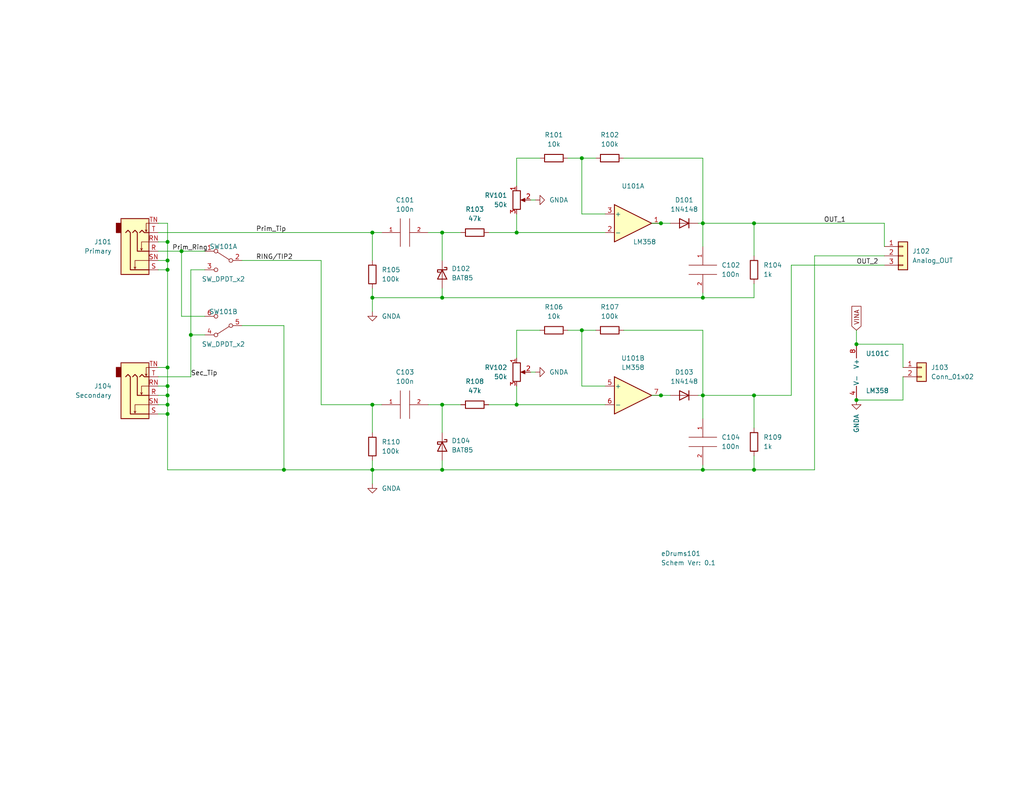
<source format=kicad_sch>
(kicad_sch (version 20211123) (generator eeschema)
  (paper "USLetter")
  (title_block (title "Analog Dual Input Circuit") (date "2024-01-25") (rev "0.1") (company "Chris Giacofei") (comment 1 "either 1 2-channel (head + rim) input or 2 1-channel inputs.") (comment 2 "Can be toggled with a switch or set with jumper to allow for") (comment 3 "Breakout board for analog piezo inputs."))
  (lib_symbols
    (symbol "Amplifier_Operational:LM358" (pin_names (offset 0.127))
      (property "Reference" "U" (at 0 5.08 0))
      (property "Value" "LM358" (at 0 -5.08 0))
      (symbol "LM358_1_1"
        (polyline (pts (xy -5.08 5.08) (xy 5.08 0) (xy -5.08 -5.08) (xy -5.08 5.08)) (stroke (width 0.254)) (fill (type background)))
        (pin output line (at 7.62 0 180) (length 2.54) (name "~") (number "1"))
        (pin input line (at -7.62 -2.54 0) (length 2.54) (name "-") (number "2"))
        (pin input line (at -7.62 2.54 0) (length 2.54) (name "+") (number "3"))
      )
      (symbol "LM358_2_1"
        (polyline (pts (xy -5.08 5.08) (xy 5.08 0) (xy -5.08 -5.08) (xy -5.08 5.08)) (stroke (width 0.254)) (fill (type background)))
        (pin input line (at -7.62 2.54 0) (length 2.54) (name "+") (number "5"))
        (pin input line (at -7.62 -2.54 0) (length 2.54) (name "-") (number "6"))
        (pin output line (at 7.62 0 180) (length 2.54) (name "~") (number "7"))
      )
      (symbol "LM358_3_1"
        (pin power_in line (at -2.54 -7.62 90) (length 3.81) (name "V-") (number "4"))
        (pin power_in line (at -2.54 7.62 270) (length 3.81) (name "V+") (number "8"))
      )
    )
    (symbol "Annotations:Text"
      (property "Reference" "Text" (at 0 0 0))
      (property "Value" "Text" (at 0 0 0))
    )
    (symbol "Connector:AudioJack3_Switch"
      (property "Reference" "J" (at 0 11.43 0))
      (property "Value" "AudioJack3_Switch" (at 0 8.89 0))
      (symbol "AudioJack3_Switch_0_1"
        (rectangle (start -5.08 -5.08) (end -6.35 -7.62) (stroke (width 0.254)) (fill (type outline)))
        (polyline (pts (xy -1.27 4.826) (xy -1.016 4.318)))
        (polyline (pts (xy 0.508 -0.254) (xy 0.762 -0.762)))
        (polyline (pts (xy 1.778 -5.334) (xy 2.032 -5.842)))
        (polyline (pts (xy 0 -5.08) (xy 0.635 -5.715) (xy 1.27 -5.08) (xy 2.54 -5.08)) (stroke (width 0.254)))
        (polyline (pts (xy 2.54 -7.62) (xy 1.778 -7.62) (xy 1.778 -5.334) (xy 1.524 -5.842)))
        (polyline (pts (xy 2.54 -2.54) (xy 0.508 -2.54) (xy 0.508 -0.254) (xy 0.254 -0.762)))
        (polyline (pts (xy 2.54 2.54) (xy -1.27 2.54) (xy -1.27 4.826) (xy -1.524 4.318)))
        (polyline (pts (xy -1.905 -5.08) (xy -1.27 -5.715) (xy -0.635 -5.08) (xy -0.635 0) (xy 2.54 0)) (stroke (width 0.254)))
        (polyline (pts (xy 2.54 5.08) (xy -2.54 5.08) (xy -2.54 -5.08) (xy -3.175 -5.715) (xy -3.81 -5.08)) (stroke (width 0.254)))
        (rectangle (start 2.54 6.35) (end -5.08 -8.89) (stroke (width 0.254)) (fill (type background)))
      )
      (symbol "AudioJack3_Switch_1_1"
        (pin passive line (at 5.08 0 180) (length 2.54) (name "~") (number "R"))
        (pin passive line (at 5.08 -2.54 180) (length 2.54) (name "~") (number "RN"))
        (pin passive line (at 5.08 5.08 180) (length 2.54) (name "~") (number "S"))
        (pin passive line (at 5.08 2.54 180) (length 2.54) (name "~") (number "SN"))
        (pin passive line (at 5.08 -5.08 180) (length 2.54) (name "~") (number "T"))
        (pin passive line (at 5.08 -7.62 180) (length 2.54) (name "~") (number "TN"))
      )
    )
    (symbol "Connector_Generic:Conn_01x02" (pin_names (offset 1.016) hide)
      (property "Reference" "J" (at 0 2.54 0))
      (property "Value" "Conn_01x02" (at 0 -5.08 0))
      (symbol "Conn_01x02_1_1"
        (rectangle (start -1.27 -2.413) (end 0 -2.667) (stroke (width 0.1524)))
        (rectangle (start -1.27 0.127) (end 0 -0.127) (stroke (width 0.1524)))
        (rectangle (start -1.27 1.27) (end 1.27 -3.81) (stroke (width 0.254)) (fill (type background)))
        (pin passive line (at -5.08 0 0) (length 3.81) (name "Pin_1") (number "1"))
        (pin passive line (at -5.08 -2.54 0) (length 3.81) (name "Pin_2") (number "2"))
      )
    )
    (symbol "Connector_Generic:Conn_01x03" (pin_names (offset 1.016) hide)
      (property "Reference" "J" (at 0 5.08 0))
      (property "Value" "Conn_01x03" (at 0 -5.08 0))
      (symbol "Conn_01x03_1_1"
        (rectangle (start -1.27 -2.413) (end 0 -2.667) (stroke (width 0.1524)))
        (rectangle (start -1.27 0.127) (end 0 -0.127) (stroke (width 0.1524)))
        (rectangle (start -1.27 2.667) (end 0 2.413) (stroke (width 0.1524)))
        (rectangle (start -1.27 3.81) (end 1.27 -3.81) (stroke (width 0.254)) (fill (type background)))
        (pin passive line (at -5.08 2.54 0) (length 3.81) (name "Pin_1") (number "1"))
        (pin passive line (at -5.08 0 0) (length 3.81) (name "Pin_2") (number "2"))
        (pin passive line (at -5.08 -2.54 0) (length 3.81) (name "Pin_3") (number "3"))
      )
    )
    (symbol "Device:R" (pin_numbers hide) (pin_names (offset 0))
      (property "Reference" "R" (at 2.032 0 90))
      (property "Value" "R" (at 0 0 90))
      (symbol "R_0_1"
        (rectangle (start -1.016 -2.54) (end 1.016 2.54) (stroke (width 0.254)))
      )
      (symbol "R_1_1"
        (pin passive line (at 0 3.81 270) (length 1.27) (name "~") (number "1"))
        (pin passive line (at 0 -3.81 90) (length 1.27) (name "~") (number "2"))
      )
    )
    (symbol "Device:R_Potentiometer" (pin_names (offset 1.016) hide)
      (property "Reference" "RV" (at -4.445 0 90))
      (property "Value" "R_Potentiometer" (at -2.54 0 90))
      (symbol "R_Potentiometer_0_1"
        (polyline (pts (xy 2.54 0) (xy 1.524 0)))
        (polyline (pts (xy 1.143 0) (xy 2.286 0.508) (xy 2.286 -0.508) (xy 1.143 0)) (fill (type outline)))
        (rectangle (start 1.016 2.54) (end -1.016 -2.54) (stroke (width 0.254)))
      )
      (symbol "R_Potentiometer_1_1"
        (pin passive line (at 0 3.81 270) (length 1.27) (name "1") (number "1"))
        (pin passive line (at 3.81 0 180) (length 1.27) (name "2") (number "2"))
        (pin passive line (at 0 -3.81 90) (length 1.27) (name "3") (number "3"))
      )
    )
    (symbol "Diode:1N4148" (pin_numbers hide) (pin_names hide)
      (property "Reference" "D" (at 0 2.54 0))
      (property "Value" "1N4148" (at 0 -2.54 0))
      (symbol "1N4148_0_1"
        (polyline (pts (xy -1.27 1.27) (xy -1.27 -1.27)) (stroke (width 0.254)))
        (polyline (pts (xy 1.27 0) (xy -1.27 0)))
        (polyline (pts (xy 1.27 1.27) (xy 1.27 -1.27) (xy -1.27 0) (xy 1.27 1.27)) (stroke (width 0.254)))
      )
      (symbol "1N4148_1_1"
        (pin passive line (at -3.81 0 0) (length 2.54) (name "K") (number "1"))
        (pin passive line (at 3.81 0 180) (length 2.54) (name "A") (number "2"))
      )
    )
    (symbol "Diode:BAT85" (pin_numbers hide) (pin_names (offset 1.016) hide)
      (property "Reference" "D" (at 0 2.54 0))
      (property "Value" "BAT85" (at 0 -2.54 0))
      (symbol "BAT85_0_1"
        (polyline (pts (xy 1.27 0) (xy -1.27 0)))
        (polyline (pts (xy 1.27 1.27) (xy 1.27 -1.27) (xy -1.27 0) (xy 1.27 1.27)) (stroke (width 0.254)))
        (polyline (pts (xy -1.905 0.635) (xy -1.905 1.27) (xy -1.27 1.27) (xy -1.27 -1.27) (xy -0.635 -1.27) (xy -0.635 -0.635)) (stroke (width 0.254)))
      )
      (symbol "BAT85_1_1"
        (pin passive line (at -3.81 0 0) (length 2.54) (name "K") (number "1"))
        (pin passive line (at 3.81 0 180) (length 2.54) (name "A") (number "2"))
      )
    )
    (symbol "Switch:SW_DPDT_x2" (pin_names (offset 0) hide)
      (property "Reference" "SW" (at 0 4.318 0))
      (property "Value" "SW_DPDT_x2" (at 0 -5.08 0))
      (symbol "SW_DPDT_x2_0_0"
        (circle (center -2.032 0) (radius 0.508))
        (circle (center 2.032 -2.54) (radius 0.508))
      )
      (symbol "SW_DPDT_x2_0_1"
        (polyline (pts (xy -1.524 0.254) (xy 1.651 2.286)))
        (circle (center 2.032 2.54) (radius 0.508))
      )
      (symbol "SW_DPDT_x2_1_1"
        (pin passive line (at 5.08 2.54 180) (length 2.54) (name "A") (number "1"))
        (pin passive line (at -5.08 0 0) (length 2.54) (name "B") (number "2"))
        (pin passive line (at 5.08 -2.54 180) (length 2.54) (name "C") (number "3"))
      )
      (symbol "SW_DPDT_x2_2_1"
        (pin passive line (at 5.08 2.54 180) (length 2.54) (name "A") (number "4"))
        (pin passive line (at -5.08 0 0) (length 2.54) (name "B") (number "5"))
        (pin passive line (at 5.08 -2.54 180) (length 2.54) (name "C") (number "6"))
      )
    )
    (symbol "power:GNDA" (power) (pin_names (offset 0))
      (property "Value" "GNDA" (at 0 -3.81 0))
      (symbol "GNDA_0_1"
        (polyline (pts (xy 0 0) (xy 0 -1.27) (xy 1.27 -1.27) (xy 0 -2.54) (xy -1.27 -1.27) (xy 0 -1.27)))
      )
      (symbol "GNDA_1_1"
        (pin power_in line (at 0 0 270) (length 0) hide (name "GNDA") (number "1"))
      )
    )
    (symbol "pspice:CAP" (pin_names (offset 0.254))
      (property "Reference" "C" (at 2.54 3.81 90))
      (property "Value" "CAP" (at 2.54 -3.81 90))
      (symbol "CAP_0_1"
        (polyline (pts (xy -3.81 -1.27) (xy 3.81 -1.27)))
        (polyline (pts (xy -3.81 1.27) (xy 3.81 1.27)))
      )
      (symbol "CAP_1_1"
        (pin passive line (at 0 6.35 270) (length 5.08) (name "~") (number "1"))
        (pin passive line (at 0 -6.35 90) (length 5.08) (name "~") (number "2"))
      )
    )
  )
  (junction (at 101.6 128.27))
  (junction (at 191.77 60.96))
  (junction (at 101.6 110.49))
  (junction (at 45.72 105.41))
  (junction (at 191.77 81.28))
  (junction (at 140.97 63.5))
  (junction (at 140.97 110.49))
  (junction (at 205.74 60.96))
  (junction (at 158.75 43.18))
  (junction (at 191.77 128.27))
  (junction (at 45.72 107.95))
  (junction (at 158.75 90.17))
  (junction (at 45.72 73.66))
  (junction (at 205.74 107.95))
  (junction (at 180.34 107.95))
  (junction (at 233.68 93.98))
  (junction (at 49.53 68.58))
  (junction (at 180.34 60.96))
  (junction (at 52.07 91.44))
  (junction (at 233.68 109.22))
  (junction (at 45.72 100.33))
  (junction (at 45.72 71.12))
  (junction (at 45.72 113.03))
  (junction (at 45.72 110.49))
  (junction (at 205.74 128.27))
  (junction (at 77.47 128.27))
  (junction (at 120.65 110.49))
  (junction (at 191.77 107.95))
  (junction (at 101.6 63.5))
  (junction (at 101.6 81.28))
  (junction (at 45.72 66.04))
  (junction (at 120.65 63.5))
  (junction (at 120.65 128.27))
  (junction (at 120.65 81.28))
  (wire (pts (xy 205.74 60.96) (xy 241.3 60.96)))
  (wire (pts (xy 205.74 60.96) (xy 205.74 69.85)))
  (wire (pts (xy 222.25 69.85) (xy 241.3 69.85)))
  (wire (pts (xy 191.77 90.17) (xy 191.77 107.95)))
  (wire (pts (xy 120.65 110.49) (xy 120.65 118.11)))
  (wire (pts (xy 158.75 105.41) (xy 165.1 105.41)))
  (wire (pts (xy 101.6 125.73) (xy 101.6 128.27)))
  (wire (pts (xy 120.65 63.5) (xy 120.65 71.12)))
  (wire (pts (xy 45.72 100.33) (xy 45.72 105.41)))
  (wire (pts (xy 43.18 105.41) (xy 45.72 105.41)))
  (wire (pts (xy 45.72 60.96) (xy 45.72 66.04)))
  (wire (pts (xy 140.97 90.17) (xy 147.32 90.17)))
  (wire (pts (xy 246.38 100.33) (xy 246.38 93.98)))
  (wire (pts (xy 158.75 90.17) (xy 162.56 90.17)))
  (wire (pts (xy 144.78 101.6) (xy 146.05 101.6)))
  (wire (pts (xy 140.97 110.49) (xy 165.1 110.49)))
  (wire (pts (xy 205.74 107.95) (xy 205.74 116.84)))
  (wire (pts (xy 246.38 109.22) (xy 233.68 109.22)))
  (wire (pts (xy 120.65 128.27) (xy 191.77 128.27)))
  (wire (pts (xy 191.77 128.27) (xy 205.74 128.27)))
  (wire (pts (xy 52.07 102.87) (xy 52.07 91.44)))
  (wire (pts (xy 43.18 63.5) (xy 101.6 63.5)))
  (wire (pts (xy 191.77 127) (xy 191.77 128.27)))
  (wire (pts (xy 170.18 90.17) (xy 191.77 90.17)))
  (wire (pts (xy 45.72 71.12) (xy 45.72 73.66)))
  (wire (pts (xy 43.18 60.96) (xy 45.72 60.96)))
  (wire (pts (xy 140.97 97.79) (xy 140.97 90.17)))
  (wire (pts (xy 101.6 81.28) (xy 101.6 85.09)))
  (wire (pts (xy 246.38 102.87) (xy 246.38 109.22)))
  (wire (pts (xy 43.18 107.95) (xy 45.72 107.95)))
  (wire (pts (xy 191.77 107.95) (xy 205.74 107.95)))
  (wire (pts (xy 120.65 110.49) (xy 125.73 110.49)))
  (wire (pts (xy 205.74 81.28) (xy 191.77 81.28)))
  (wire (pts (xy 45.72 73.66) (xy 45.72 100.33)))
  (wire (pts (xy 101.6 78.74) (xy 101.6 81.28)))
  (wire (pts (xy 77.47 88.9) (xy 77.47 128.27)))
  (wire (pts (xy 158.75 58.42) (xy 158.75 43.18)))
  (wire (pts (xy 180.34 107.95) (xy 182.88 107.95)))
  (wire (pts (xy 55.88 68.58) (xy 49.53 68.58)))
  (wire (pts (xy 205.74 124.46) (xy 205.74 128.27)))
  (wire (pts (xy 191.77 60.96) (xy 191.77 67.31)))
  (wire (pts (xy 101.6 110.49) (xy 101.6 118.11)))
  (wire (pts (xy 87.63 71.12) (xy 87.63 110.49)))
  (wire (pts (xy 45.72 128.27) (xy 45.72 113.03)))
  (wire (pts (xy 120.65 81.28) (xy 101.6 81.28)))
  (wire (pts (xy 52.07 91.44) (xy 55.88 91.44)))
  (wire (pts (xy 215.9 72.39) (xy 241.3 72.39)))
  (wire (pts (xy 45.72 113.03) (xy 43.18 113.03)))
  (wire (pts (xy 158.75 43.18) (xy 162.56 43.18)))
  (wire (pts (xy 43.18 100.33) (xy 45.72 100.33)))
  (wire (pts (xy 158.75 58.42) (xy 165.1 58.42)))
  (wire (pts (xy 66.04 88.9) (xy 77.47 88.9)))
  (wire (pts (xy 43.18 110.49) (xy 45.72 110.49)))
  (wire (pts (xy 120.65 81.28) (xy 191.77 81.28)))
  (wire (pts (xy 233.68 90.17) (xy 233.68 93.98)))
  (wire (pts (xy 154.94 90.17) (xy 158.75 90.17)))
  (wire (pts (xy 190.5 60.96) (xy 191.77 60.96)))
  (wire (pts (xy 180.34 60.96) (xy 182.88 60.96)))
  (wire (pts (xy 177.8 107.95) (xy 180.34 107.95)))
  (wire (pts (xy 45.72 107.95) (xy 45.72 110.49)))
  (wire (pts (xy 45.72 66.04) (xy 45.72 71.12)))
  (wire (pts (xy 246.38 93.98) (xy 233.68 93.98)))
  (wire (pts (xy 52.07 73.66) (xy 55.88 73.66)))
  (wire (pts (xy 101.6 63.5) (xy 101.6 71.12)))
  (wire (pts (xy 140.97 63.5) (xy 165.1 63.5)))
  (wire (pts (xy 101.6 63.5) (xy 104.14 63.5)))
  (wire (pts (xy 205.74 77.47) (xy 205.74 81.28)))
  (wire (pts (xy 87.63 110.49) (xy 101.6 110.49)))
  (wire (pts (xy 55.88 86.36) (xy 49.53 86.36)))
  (wire (pts (xy 170.18 43.18) (xy 191.77 43.18)))
  (wire (pts (xy 120.65 128.27) (xy 101.6 128.27)))
  (wire (pts (xy 140.97 105.41) (xy 140.97 110.49)))
  (wire (pts (xy 43.18 102.87) (xy 52.07 102.87)))
  (wire (pts (xy 205.74 107.95) (xy 215.9 107.95)))
  (wire (pts (xy 49.53 86.36) (xy 49.53 68.58)))
  (wire (pts (xy 101.6 110.49) (xy 104.14 110.49)))
  (wire (pts (xy 120.65 63.5) (xy 125.73 63.5)))
  (wire (pts (xy 133.35 110.49) (xy 140.97 110.49)))
  (wire (pts (xy 191.77 60.96) (xy 205.74 60.96)))
  (wire (pts (xy 101.6 128.27) (xy 101.6 132.08)))
  (wire (pts (xy 77.47 128.27) (xy 45.72 128.27)))
  (wire (pts (xy 205.74 128.27) (xy 222.25 128.27)))
  (wire (pts (xy 215.9 107.95) (xy 215.9 72.39)))
  (wire (pts (xy 191.77 107.95) (xy 191.77 114.3)))
  (wire (pts (xy 116.84 63.5) (xy 120.65 63.5)))
  (wire (pts (xy 43.18 66.04) (xy 45.72 66.04)))
  (wire (pts (xy 66.04 71.12) (xy 87.63 71.12)))
  (wire (pts (xy 45.72 110.49) (xy 45.72 113.03)))
  (wire (pts (xy 177.8 60.96) (xy 180.34 60.96)))
  (wire (pts (xy 222.25 69.85) (xy 222.25 128.27)))
  (wire (pts (xy 77.47 128.27) (xy 101.6 128.27)))
  (wire (pts (xy 52.07 91.44) (xy 52.07 73.66)))
  (wire (pts (xy 144.78 54.61) (xy 146.05 54.61)))
  (wire (pts (xy 158.75 105.41) (xy 158.75 90.17)))
  (wire (pts (xy 140.97 43.18) (xy 147.32 43.18)))
  (wire (pts (xy 241.3 60.96) (xy 241.3 67.31)))
  (wire (pts (xy 154.94 43.18) (xy 158.75 43.18)))
  (wire (pts (xy 45.72 105.41) (xy 45.72 107.95)))
  (wire (pts (xy 43.18 71.12) (xy 45.72 71.12)))
  (wire (pts (xy 120.65 125.73) (xy 120.65 128.27)))
  (wire (pts (xy 140.97 50.8) (xy 140.97 43.18)))
  (wire (pts (xy 191.77 80.01) (xy 191.77 81.28)))
  (wire (pts (xy 120.65 78.74) (xy 120.65 81.28)))
  (wire (pts (xy 49.53 68.58) (xy 43.18 68.58)))
  (wire (pts (xy 116.84 110.49) (xy 120.65 110.49)))
  (wire (pts (xy 140.97 58.42) (xy 140.97 63.5)))
  (wire (pts (xy 133.35 63.5) (xy 140.97 63.5)))
  (wire (pts (xy 190.5 107.95) (xy 191.77 107.95)))
  (wire (pts (xy 191.77 43.18) (xy 191.77 60.96)))
  (wire (pts (xy 43.18 73.66) (xy 45.72 73.66)))
  (label "Prim_Tip" (at 69.85 63.5 0))
  (label "OUT_2" (at 233.68 72.39 0))
  (label "RING{slash}TIP2" (at 69.85 71.12 0))
  (label "Sec_Tip" (at 52.07 102.87 0))
  (label "OUT_1" (at 224.79 60.96 0))
  (label "Prim_Ring" (at 46.99 68.58 0))
  (global_label "VINA" (shape input) (at 233.68 90.17 90) (property "Intersheet References" "${INTERSHEET_REFS}" (effects hide)))
  (symbol (lib_id "Device:R") (at 129.54 110.49 270) (unit 1)
    (property "Reference" "R108" (at 129.54 104.14 90))
    (property "Value" "47k" (at 129.54 106.68 90))
    (property "Footprint" "Resistor_THT:R_Axial_DIN0204_L3.6mm_D1.6mm_P5.08mm_Horizontal" (effects hide))
  )
  (symbol (lib_id "Connector:AudioJack3_Switch") (at 38.1 107.95 0) (mirror x) (unit 1)
    (property "Reference" "J104" (at 30.48 105.4099 0) (effects (justify right)))
    (property "Value" "Secondary" (at 30.48 107.9499 0) (effects (justify right)))
    (property "Footprint" "Connector_Audio:Jack_6.35mm_Neutrik_NMJ6HCD2_Horizontal" (effects hide))
  )
  (symbol (lib_id "Amplifier_Operational:LM358") (at 172.72 60.96 0) (unit 1)
    (property "Reference" "U101" (at 172.72 50.8 0))
    (property "Value" "LM358" (at 172.72 66.04 0) (effects (justify left)))
    (property "Footprint" "Package_DIP:DIP-8_W7.62mm_Socket" (effects hide))
    (property "Datasheet" "http://www.ti.com/lit/ds/symlink/lm2904-n.pdf" (effects hide))
    (property "Vendor" "Mouser" (effects hide))
    (property "Link" "https://bit.ly/48NqNXF" (effects hide))
  )
  (symbol (lib_id "power:GNDA") (at 233.68 109.22 0) (unit 1)
    (property "Reference" "#PWR0104" (effects hide))
    (property "Value" "GNDA" (at 233.68 113.03 90) (effects (justify right)))
  )
  (symbol (lib_id "Device:R") (at 205.74 120.65 0) (unit 1)
    (property "Reference" "R109" (at 208.28 119.3799 0) (effects (justify left)))
    (property "Value" "1k" (at 208.28 121.9199 0) (effects (justify left)))
    (property "Footprint" "Resistor_THT:R_Axial_DIN0204_L3.6mm_D1.6mm_P5.08mm_Horizontal" (effects hide))
  )
  (symbol (lib_id "Device:R") (at 166.37 90.17 270) (unit 1)
    (property "Reference" "R107" (at 166.37 83.82 90))
    (property "Value" "100k" (at 166.37 86.36 90))
    (property "Footprint" "Resistor_THT:R_Axial_DIN0204_L3.6mm_D1.6mm_P5.08mm_Horizontal" (effects hide))
  )
  (symbol (lib_id "Switch:SW_DPDT_x2") (at 60.96 88.9 180) (unit 2)
    (property "Reference" "SW101" (at 60.96 85.09 0))
    (property "Value" "SW_DPDT_x2" (at 60.96 93.98 0))
    (property "Footprint" "Button_Switch_THT:SW_E-Switch_EG2219_DPDT_Angled" (effects hide))
    (property "Vendor" "Amazon" (effects hide))
    (property "Link" "https://amzn.to/3Ue4Igb" (effects hide))
  )
  (symbol (lib_id "Annotations:Text") (at 179.07 152.4 0) (unit 1)
    (property "Reference" "eDrums101" (at 180.34 151.1299 0) (effects (justify left)))
    (property "Value" "Schem Ver: ${REVISION}" (at 180.34 153.6699 0) (effects (justify left)))
    (property "Footprint" "Library:Text_Annotation" (effects hide))
  )
  (symbol (lib_id "Device:R") (at 101.6 121.92 180) (unit 1)
    (property "Reference" "R110" (at 104.14 120.6499 0) (effects (justify right)))
    (property "Value" "100k" (at 104.14 123.1899 0) (effects (justify right)))
    (property "Footprint" "Resistor_THT:R_Axial_DIN0204_L3.6mm_D1.6mm_P5.08mm_Horizontal" (effects hide))
  )
  (symbol (lib_id "pspice:CAP") (at 191.77 73.66 0) (unit 1)
    (property "Reference" "C102" (at 196.85 72.3899 0) (effects (justify left)))
    (property "Value" "100n" (at 196.85 74.9299 0) (effects (justify left)))
    (property "Footprint" "Capacitor_THT:C_Radial_D4.0mm_H7.0mm_P1.50mm" (effects hide))
  )
  (symbol (lib_id "Connector_Generic:Conn_01x03") (at 246.38 69.85 0) (unit 1)
    (property "Reference" "J102" (at 248.92 68.5799 0) (effects (justify left)))
    (property "Value" "Analog_OUT" (at 248.92 71.1199 0) (effects (justify left)))
    (property "Footprint" "Connector_JST:JST_PH_B3B-PH-K_1x03_P2.00mm_Vertical" (effects hide))
  )
  (symbol (lib_id "Amplifier_Operational:LM358") (at 236.22 101.6 0) (unit 3)
    (property "Reference" "U101" (at 236.22 96.52 0) (effects (justify left)))
    (property "Value" "LM358" (at 236.22 106.68 0) (effects (justify left)))
    (property "Footprint" "Package_DIP:DIP-8_W7.62mm_Socket" (effects hide))
    (property "Datasheet" "http://www.ti.com/lit/ds/symlink/lm2904-n.pdf" (effects hide))
    (property "Vendor" "Mouser" (effects hide))
    (property "Link" "https://bit.ly/48NqNXF" (effects hide))
  )
  (symbol (lib_id "Connector:AudioJack3_Switch") (at 38.1 68.58 0) (mirror x) (unit 1)
    (property "Reference" "J101" (at 30.48 66.0399 0) (effects (justify right)))
    (property "Value" "Primary" (at 30.48 68.5799 0) (effects (justify right)))
    (property "Footprint" "Connector_Audio:Jack_6.35mm_Neutrik_NMJ6HCD2_Horizontal" (effects hide))
    (property "Vendor" "Amazon" (effects hide))
    (property "Link" "https://amzn.to/47QZ2w3" (effects hide))
  )
  (symbol (lib_id "Diode:BAT85") (at 120.65 74.93 270) (unit 1)
    (property "Reference" "D102" (at 123.19 73.3424 90) (effects (justify left)))
    (property "Value" "BAT85" (at 123.19 75.8824 90) (effects (justify left)))
    (property "Footprint" "Diode_THT:D_DO-35_SOD27_P7.62mm_Horizontal" (effects hide))
    (property "Datasheet" "https://assets.nexperia.com/documents/data-sheet/BAT85.pdf" (effects hide))
  )
  (symbol (lib_id "power:GNDA") (at 146.05 54.61 90) (unit 1)
    (property "Reference" "#PWR0101" (effects hide))
    (property "Value" "GNDA" (at 149.86 54.6099 90) (effects (justify right)))
  )
  (symbol (lib_id "Diode:1N4148") (at 186.69 60.96 180) (unit 1)
    (property "Reference" "D101" (at 186.69 54.61 0))
    (property "Value" "1N4148" (at 186.69 57.15 0))
    (property "Footprint" "Diode_THT:D_DO-35_SOD27_P7.62mm_Horizontal" (effects hide))
    (property "Datasheet" "https://assets.nexperia.com/documents/data-sheet/1N4148_1N4448.pdf" (effects hide))
  )
  (symbol (lib_id "pspice:CAP") (at 110.49 63.5 90) (unit 1)
    (property "Reference" "C101" (at 110.49 54.61 90))
    (property "Value" "100n" (at 110.49 57.15 90))
    (property "Footprint" "Capacitor_THT:C_Radial_D4.0mm_H7.0mm_P1.50mm" (effects hide))
  )
  (symbol (lib_id "power:GNDA") (at 101.6 85.09 0) (unit 1)
    (property "Reference" "#PWR0102" (effects hide))
    (property "Value" "GNDA" (at 104.14 86.3599 0) (effects (justify left)))
  )
  (symbol (lib_id "Device:R") (at 205.74 73.66 0) (unit 1)
    (property "Reference" "R104" (at 208.28 72.3899 0) (effects (justify left)))
    (property "Value" "1k" (at 208.28 74.9299 0) (effects (justify left)))
    (property "Footprint" "Resistor_THT:R_Axial_DIN0204_L3.6mm_D1.6mm_P5.08mm_Horizontal" (effects hide))
  )
  (symbol (lib_id "Diode:1N4148") (at 186.69 107.95 180) (unit 1)
    (property "Reference" "D103" (at 186.69 101.6 0))
    (property "Value" "1N4148" (at 186.69 104.14 0))
    (property "Footprint" "Diode_THT:D_DO-35_SOD27_P7.62mm_Horizontal" (effects hide))
    (property "Datasheet" "https://assets.nexperia.com/documents/data-sheet/1N4148_1N4448.pdf" (effects hide))
  )
  (symbol (lib_id "Device:R") (at 101.6 74.93 180) (unit 1)
    (property "Reference" "R105" (at 104.14 73.6599 0) (effects (justify right)))
    (property "Value" "100k" (at 104.14 76.1999 0) (effects (justify right)))
    (property "Footprint" "Resistor_THT:R_Axial_DIN0204_L3.6mm_D1.6mm_P5.08mm_Horizontal" (effects hide))
  )
  (symbol (lib_id "Device:R_Potentiometer") (at 140.97 101.6 0) (unit 1)
    (property "Reference" "RV102" (at 138.43 100.3299 0) (effects (justify right)))
    (property "Value" "50k" (at 138.43 102.8699 0) (effects (justify right)))
    (property "Footprint" "Potentiometer_THT:Potentiometer_Bourns_3296W_Vertical" (effects hide))
    (property "Datasheet" "https://www.mouser.com/datasheet/2/54/3296-776415.pdf" (effects hide))
    (property "Vendor" "Mouser" (effects hide))
    (property "Link" "https://bit.ly/49a6PG3" (effects hide))
  )
  (symbol (lib_id "Device:R") (at 151.13 43.18 270) (unit 1)
    (property "Reference" "R101" (at 151.13 36.83 90))
    (property "Value" "10k" (at 151.13 39.37 90))
    (property "Footprint" "Resistor_THT:R_Axial_DIN0204_L3.6mm_D1.6mm_P5.08mm_Horizontal" (effects hide))
  )
  (symbol (lib_id "power:GNDA") (at 146.05 101.6 90) (unit 1)
    (property "Reference" "#PWR0103" (effects hide))
    (property "Value" "GNDA" (at 149.86 101.5999 90) (effects (justify right)))
  )
  (symbol (lib_id "Device:R") (at 129.54 63.5 270) (unit 1)
    (property "Reference" "R103" (at 129.54 57.15 90))
    (property "Value" "47k" (at 129.54 59.69 90))
    (property "Footprint" "Resistor_THT:R_Axial_DIN0204_L3.6mm_D1.6mm_P5.08mm_Horizontal" (effects hide))
  )
  (symbol (lib_id "Diode:BAT85") (at 120.65 121.92 270) (unit 1)
    (property "Reference" "D104" (at 123.19 120.3324 90) (effects (justify left)))
    (property "Value" "BAT85" (at 123.19 122.8724 90) (effects (justify left)))
    (property "Footprint" "Diode_THT:D_DO-35_SOD27_P7.62mm_Horizontal" (effects hide))
    (property "Datasheet" "https://assets.nexperia.com/documents/data-sheet/BAT85.pdf" (effects hide))
  )
  (symbol (lib_id "power:GNDA") (at 101.6 132.08 0) (unit 1)
    (property "Reference" "#PWR0105" (effects hide))
    (property "Value" "GNDA" (at 104.14 133.3499 0) (effects (justify left)))
  )
  (symbol (lib_id "Device:R") (at 166.37 43.18 270) (unit 1)
    (property "Reference" "R102" (at 166.37 36.83 90))
    (property "Value" "100k" (at 166.37 39.37 90))
    (property "Footprint" "Resistor_THT:R_Axial_DIN0204_L3.6mm_D1.6mm_P5.08mm_Horizontal" (effects hide))
  )
  (symbol (lib_id "Connector_Generic:Conn_01x02") (at 251.46 100.33 0) (unit 1)
    (property "Reference" "J103" (at 254 100.3299 0) (effects (justify left)))
    (property "Value" "Conn_01x02" (at 254 102.8699 0) (effects (justify left)))
    (property "Footprint" "Connector_JST:JST_EH_B2B-EH-A_1x02_P2.50mm_Vertical" (effects hide))
  )
  (symbol (lib_id "Switch:SW_DPDT_x2") (at 60.96 71.12 0) (mirror y) (unit 1)
    (property "Reference" "SW101" (at 60.96 67.31 0))
    (property "Value" "SW_DPDT_x2" (at 60.96 76.2 0))
    (property "Footprint" "Button_Switch_THT:SW_E-Switch_EG2219_DPDT_Angled" (effects hide))
    (property "Vendor" "Amazon" (effects hide))
    (property "Link" "https://amzn.to/3Ue4Igb" (effects hide))
  )
  (symbol (lib_id "Device:R") (at 151.13 90.17 270) (unit 1)
    (property "Reference" "R106" (at 151.13 83.82 90))
    (property "Value" "10k" (at 151.13 86.36 90))
    (property "Footprint" "Resistor_THT:R_Axial_DIN0204_L3.6mm_D1.6mm_P5.08mm_Horizontal" (effects hide))
  )
  (symbol (lib_id "pspice:CAP") (at 191.77 120.65 0) (unit 1)
    (property "Reference" "C104" (at 196.85 119.3799 0) (effects (justify left)))
    (property "Value" "100n" (at 196.85 121.9199 0) (effects (justify left)))
    (property "Footprint" "Capacitor_THT:C_Radial_D4.0mm_H7.0mm_P1.50mm" (effects hide))
  )
  (symbol (lib_id "Device:R_Potentiometer") (at 140.97 54.61 0) (unit 1)
    (property "Reference" "RV101" (at 138.43 53.3399 0) (effects (justify right)))
    (property "Value" "50k" (at 138.43 55.8799 0) (effects (justify right)))
    (property "Footprint" "Potentiometer_THT:Potentiometer_Bourns_3296W_Vertical" (effects hide))
    (property "Datasheet" "https://www.mouser.com/datasheet/2/54/3296-776415.pdf" (effects hide))
    (property "Vendor" "Mouser" (effects hide))
    (property "Link" "https://bit.ly/49a6PG3" (effects hide))
  )
  (symbol (lib_id "pspice:CAP") (at 110.49 110.49 90) (unit 1)
    (property "Reference" "C103" (at 110.49 101.6 90))
    (property "Value" "100n" (at 110.49 104.14 90))
    (property "Footprint" "Capacitor_THT:C_Radial_D4.0mm_H7.0mm_P1.50mm" (effects hide))
  )
  (symbol (lib_id "Amplifier_Operational:LM358") (at 172.72 107.95 0) (unit 2)
    (property "Reference" "U101" (at 172.72 97.79 0))
    (property "Value" "LM358" (at 172.72 100.33 0))
    (property "Footprint" "Package_DIP:DIP-8_W7.62mm_Socket" (effects hide))
    (property "Datasheet" "http://www.ti.com/lit/ds/symlink/lm2904-n.pdf" (effects hide))
    (property "Vendor" "Mouser" (effects hide))
    (property "Link" "https://bit.ly/48NqNXF" (effects hide))
  )
)
</source>
